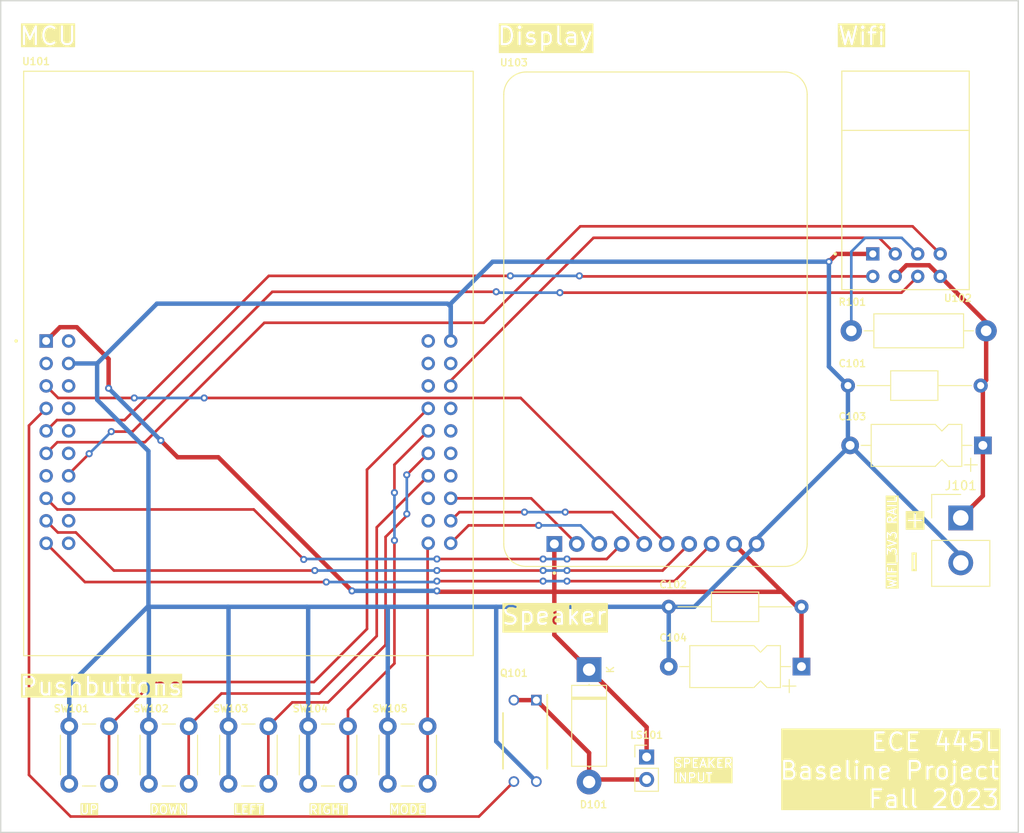
<source format=kicad_pcb>
(kicad_pcb (version 20221018) (generator pcbnew)
  (title_block (title "ECE 445L Baseline Project") (date "2023-12-11") (rev "v1.0.0") (company "The University of Texas at Austin"))
  (layers (0 "F.Cu" signal) (31 "B.Cu" signal) (34 "B.Paste" user) (35 "F.Paste" user) (36 "B.SilkS" user "B.Silkscreen") (37 "F.SilkS" user "F.Silkscreen") (38 "B.Mask" user) (39 "F.Mask" user) (44 "Edge.Cuts" user))
  (net 0 "")
  (net 1 "/WIFI_3V3")
  (net 2 "GND")
  (net 3 "+3V3")
  (net 4 "Net-(D101-A)")
  (net 5 "/SPEAKER_GATE")
  (net 6 "Net-(U102-IO0)")
  (net 7 "/SW_UP")
  (net 8 "/SW_DOWN")
  (net 9 "/SW_LEFT")
  (net 10 "/SW_RIGHT")
  (net 11 "/SW_MODE")
  (net 13 "/SDC_CS")
  (net 14 "/WIFI_TXD")
  (net 15 "/WIFI_RXD")
  (net 17 "/TFT_MOSI")
  (net 18 "/TFT_D{slash}C")
  (net 19 "/TFT_RST")
  (net 21 "/WIFI_IO2")
  (net 26 "/TFT_MISO")
  (net 27 "/TFT_CS")
  (net 28 "/TFT_SCK")
  (net 29 "+5V")
  (net 34 "/~{WIFI_RST}")
  (footprint "Capacitor_THT:CP_Axial_L10.0mm_D4.5mm_P15.00mm_Horizontal" (layer "F.Cu") (at 143 81.2575 180)
    (fp_text reference "C103" (at 14.75 3.2575) (layer "F.SilkS") (effects (font (size 0.8 0.8))))
    (fp_text value "4.7uF")
    (fp_line (start 0.63 -2.2) (end 2.13 -2.2) (stroke (width 0.12)) (layer "F.SilkS"))
    (fp_line (start 1.24 0) (end 2.38 0) (stroke (width 0.12)) (layer "F.SilkS"))
    (fp_line (start 1.38 -2.95) (end 1.38 -1.45) (stroke (width 0.12)) (layer "F.SilkS"))
    (fp_line (start 2.38 -2.37) (end 2.38 2.37) (stroke (width 0.12)) (layer "F.SilkS"))
    (fp_line (start 2.38 -2.37) (end 3.88 -2.37) (stroke (width 0.12)) (layer "F.SilkS"))
    (fp_line (start 2.38 2.37) (end 3.88 2.37) (stroke (width 0.12)) (layer "F.SilkS"))
    (fp_line (start 3.88 -2.37) (end 4.63 -1.62) (stroke (width 0.12)) (layer "F.SilkS"))
    (fp_line (start 3.88 2.37) (end 4.63 1.62) (stroke (width 0.12)) (layer "F.SilkS"))
    (fp_line (start 4.63 -1.62) (end 5.38 -2.37) (stroke (width 0.12)) (layer "F.SilkS"))
    (fp_line (start 4.63 1.62) (end 5.38 2.37) (stroke (width 0.12)) (layer "F.SilkS"))
    (fp_line (start 5.38 -2.37) (end 12.62 -2.37) (stroke (width 0.12)) (layer "F.SilkS"))
    (fp_line (start 5.38 2.37) (end 12.62 2.37) (stroke (width 0.12)) (layer "F.SilkS"))
    (fp_line (start 12.62 -2.37) (end 12.62 2.37) (stroke (width 0.12)) (layer "F.SilkS"))
    (fp_line (start 13.76 0) (end 12.62 0) (stroke (width 0.12)) (layer "F.SilkS"))
    (pad "1" thru_hole rect (at 0 0 180) (size 2 2) (drill 1) (layers "*.Cu" "*.Mask") (net 1 "/WIFI_3V3"))
    (pad "2" thru_hole oval (at 15 0 180) (size 2 2) (drill 1) (layers "*.Cu" "*.Mask") (net 2 "GND"))
  )
  (footprint "Diode_THT:D_5W_P12.70mm_Horizontal" (layer "F.Cu") (at 98.5 106.6 -90)
    (fp_text reference "D101" (at 15.25 -0.5) (layer "F.SilkS") (effects (font (size 0.8 0.8))))
    (fp_text value "1V0")
    (fp_text user "K" (at 0 -2.4 90) (layer "F.SilkS") (effects (font (size 0.8 0.8))))
    (fp_line (start 1.64 0) (end 1.78 0) (stroke (width 0.12)) (layer "F.SilkS"))
    (fp_line (start 1.78 -1.97) (end 1.78 1.97) (stroke (width 0.12)) (layer "F.SilkS"))
    (fp_line (start 1.78 1.97) (end 10.92 1.97) (stroke (width 0.12)) (layer "F.SilkS"))
    (fp_line (start 3.115 -1.97) (end 3.115 1.97) (stroke (width 0.12)) (layer "F.SilkS"))
    (fp_line (start 3.235 -1.97) (end 3.235 1.97) (stroke (width 0.12)) (layer "F.SilkS"))
    (fp_line (start 3.355 -1.97) (end 3.355 1.97) (stroke (width 0.12)) (layer "F.SilkS"))
    (fp_line (start 10.92 -1.97) (end 1.78 -1.97) (stroke (width 0.12)) (layer "F.SilkS"))
    (fp_line (start 10.92 1.97) (end 10.92 -1.97) (stroke (width 0.12)) (layer "F.SilkS"))
    (fp_line (start 11.06 0) (end 10.92 0) (stroke (width 0.12)) (layer "F.SilkS"))
    (pad "1" thru_hole rect (at 0 0 270) (size 2.8 2.8) (drill 1.4) (layers "*.Cu" "*.Mask") (net 3 "+3V3"))
    (pad "2" thru_hole oval (at 12.7 0 270) (size 2.8 2.8) (drill 1.4) (layers "*.Cu" "*.Mask") (net 4 "Net-(D101-A)"))
  )
  (footprint "Button_Switch_THT:SW_PUSH_6mm" (layer "F.Cu") (at 57.75 119.5 90)
    (fp_text reference "SW103" (at 8.5 0.25 180) (layer "F.SilkS") (effects (font (size 0.8 0.8))))
    (fp_text value "LEFT")
    (fp_line (start -0.25 1.5) (end -0.25 3) (stroke (width 0.12)) (layer "F.SilkS"))
    (fp_line (start 1 5.5) (end 5.5 5.5) (stroke (width 0.12)) (layer "F.SilkS"))
    (fp_line (start 5.5 -1) (end 1 -1) (stroke (width 0.12)) (layer "F.SilkS"))
    (fp_line (start 6.75 3) (end 6.75 1.5) (stroke (width 0.12)) (layer "F.SilkS"))
    (pad "1" thru_hole circle (at 0 0 180) (size 2 2) (drill 1.1) (layers "*.Cu" "*.Mask") (net 2 "GND"))
    (pad "1" thru_hole circle (at 6.5 0 180) (size 2 2) (drill 1.1) (layers "*.Cu" "*.Mask") (net 2 "GND"))
    (pad "2" thru_hole circle (at 0 4.5 180) (size 2 2) (drill 1.1) (layers "*.Cu" "*.Mask") (net 9 "/SW_LEFT"))
    (pad "2" thru_hole circle (at 6.5 4.5 180) (size 2 2) (drill 1.1) (layers "*.Cu" "*.Mask") (net 9 "/SW_LEFT"))
  )
  (footprint "Button_Switch_THT:SW_PUSH_6mm" (layer "F.Cu") (at 39.75 119.5 90)
    (fp_text reference "SW101" (at 8.5 0.25 180) (layer "F.SilkS") (effects (font (size 0.8 0.8))))
    (fp_text value "UP")
    (fp_line (start -0.25 1.5) (end -0.25 3) (stroke (width 0.12)) (layer "F.SilkS"))
    (fp_line (start 1 5.5) (end 5.5 5.5) (stroke (width 0.12)) (layer "F.SilkS"))
    (fp_line (start 5.5 -1) (end 1 -1) (stroke (width 0.12)) (layer "F.SilkS"))
    (fp_line (start 6.75 3) (end 6.75 1.5) (stroke (width 0.12)) (layer "F.SilkS"))
    (pad "1" thru_hole circle (at 0 0 180) (size 2 2) (drill 1.1) (layers "*.Cu" "*.Mask") (net 2 "GND"))
    (pad "1" thru_hole circle (at 6.5 0 180) (size 2 2) (drill 1.1) (layers "*.Cu" "*.Mask") (net 2 "GND"))
    (pad "2" thru_hole circle (at 0 4.5 180) (size 2 2) (drill 1.1) (layers "*.Cu" "*.Mask") (net 7 "/SW_UP"))
    (pad "2" thru_hole circle (at 6.5 4.5 180) (size 2 2) (drill 1.1) (layers "*.Cu" "*.Mask") (net 7 "/SW_UP"))
  )
  (footprint "Button_Switch_THT:SW_PUSH_6mm" (layer "F.Cu") (at 48.75 119.5 90)
    (fp_text reference "SW102" (at 8.5 0.25 180) (layer "F.SilkS") (effects (font (size 0.8 0.8))))
    (fp_text value "DOWN")
    (fp_line (start -0.25 1.5) (end -0.25 3) (stroke (width 0.12)) (layer "F.SilkS"))
    (fp_line (start 1 5.5) (end 5.5 5.5) (stroke (width 0.12)) (layer "F.SilkS"))
    (fp_line (start 5.5 -1) (end 1 -1) (stroke (width 0.12)) (layer "F.SilkS"))
    (fp_line (start 6.75 3) (end 6.75 1.5) (stroke (width 0.12)) (layer "F.SilkS"))
    (pad "1" thru_hole circle (at 0 0 180) (size 2 2) (drill 1.1) (layers "*.Cu" "*.Mask") (net 2 "GND"))
    (pad "1" thru_hole circle (at 6.5 0 180) (size 2 2) (drill 1.1) (layers "*.Cu" "*.Mask") (net 2 "GND"))
    (pad "2" thru_hole circle (at 0 4.5 180) (size 2 2) (drill 1.1) (layers "*.Cu" "*.Mask") (net 8 "/SW_DOWN"))
    (pad "2" thru_hole circle (at 6.5 4.5 180) (size 2 2) (drill 1.1) (layers "*.Cu" "*.Mask") (net 8 "/SW_DOWN"))
  )
  (footprint "footprints:vishay_IRLD024PBF" (layer "F.Cu") (at 91.27 114.648 -90)
    (fp_text reference "Q101" (at -7.648 1.27 -180) (layer "F.SilkS") (effects (font (size 0.8 0.8))))
    (fp_text value "IRLD024PBF" hide)
    (fp_line (start -5.202 -2.5) (end 3.145 -2.5) (stroke (width 0.2)) (layer "F.SilkS"))
    (fp_line (start -3.145 2.5) (end 3.145 2.5) (stroke (width 0.2)) (layer "F.SilkS"))
    (pad "1" thru_hole rect (at -4.602 -1.27 270) (size 1.2 1.2) (drill 0.8) (layers "*.Cu" "*.Mask") (net 4 "Net-(D101-A)"))
    (pad "1" thru_hole circle (at -4.602 1.27 270) (size 1.2 1.2) (drill 0.8) (layers "*.Cu" "*.Mask") (net 4 "Net-(D101-A)"))
    (pad "2" thru_hole circle (at 4.602 1.27 270) (size 1.2 1.2) (drill 0.8) (layers "*.Cu" "*.Mask") (net 5 "/SPEAKER_GATE"))
    (pad "3" thru_hole circle (at 4.602 -1.27 270) (size 1.2 1.2) (drill 0.8) (layers "*.Cu" "*.Mask") (net 2 "GND"))
  )
  (footprint "Resistor_THT:R_Axial_DIN0411_L9.9mm_D3.6mm_P15.24mm_Horizontal" (layer "F.Cu") (at 143.37 68.31 180)
    (fp_text reference "R101" (at 15.12 3.25) (layer "F.SilkS") (effects (font (size 0.8 0.8))))
    (fp_text value "10k")
    (fp_line (start 1.44 0) (end 2.55 0) (stroke (width 0.12)) (layer "F.SilkS"))
    (fp_line (start 2.55 -1.92) (end 2.55 1.92) (stroke (width 0.12)) (layer "F.SilkS"))
    (fp_line (start 2.55 1.92) (end 12.69 1.92) (stroke (width 0.12)) (layer "F.SilkS"))
    (fp_line (start 12.69 -1.92) (end 2.55 -1.92) (stroke (width 0.12)) (layer "F.SilkS"))
    (fp_line (start 12.69 1.92) (end 12.69 -1.92) (stroke (width 0.12)) (layer "F.SilkS"))
    (fp_line (start 13.8 0) (end 12.69 0) (stroke (width 0.12)) (layer "F.SilkS"))
    (pad "1" thru_hole circle (at 0 0 180) (size 2.4 2.4) (drill 1.2) (layers "*.Cu" "*.Mask") (net 1 "/WIFI_3V3"))
    (pad "2" thru_hole oval (at 15.24 0 180) (size 2.4 2.4) (drill 1.2) (layers "*.Cu" "*.Mask") (net 6 "Net-(U102-IO0)"))
  )
  (footprint "Connector_PinHeader_2.54mm:PinHeader_1x02_P2.54mm_Vertical" (layer "F.Cu") (at 105 116.475)
    (fp_text reference "LS101" (at 0 -2.475 180) (layer "F.SilkS") (effects (font (size 0.8 0.8))))
    (fp_text value "Speaker")
    (fp_line (start -1.33 -1.33) (end 0 -1.33) (stroke (width 0.12)) (layer "F.SilkS"))
    (fp_line (start -1.33 0) (end -1.33 -1.33) (stroke (width 0.12)) (layer "F.SilkS"))
    (fp_line (start -1.33 1.27) (end -1.33 3.87) (stroke (width 0.12)) (layer "F.SilkS"))
    (fp_line (start -1.33 1.27) (end 1.33 1.27) (stroke (width 0.12)) (layer "F.SilkS"))
    (fp_line (start -1.33 3.87) (end 1.33 3.87) (stroke (width 0.12)) (layer "F.SilkS"))
    (fp_line (start 1.33 1.27) (end 1.33 3.87) (stroke (width 0.12)) (layer "F.SilkS"))
    (pad "1" thru_hole rect (at 0 0) (size 1.7 1.7) (drill 1) (layers "*.Cu" "*.Mask") (net 3 "+3V3"))
    (pad "2" thru_hole oval (at 0 2.54) (size 1.7 1.7) (drill 1) (layers "*.Cu" "*.Mask") (net 4 "Net-(D101-A)"))
  )
  (footprint "Button_Switch_THT:SW_PUSH_6mm" (layer "F.Cu") (at 75.75 119.5 90)
    (fp_text reference "SW105" (at 8.5 0.25 180) (layer "F.SilkS") (effects (font (size 0.8 0.8))))
    (fp_text value "MODE")
    (fp_line (start -0.25 1.5) (end -0.25 3) (stroke (width 0.12)) (layer "F.SilkS"))
    (fp_line (start 1 5.5) (end 5.5 5.5) (stroke (width 0.12)) (layer "F.SilkS"))
    (fp_line (start 5.5 -1) (end 1 -1) (stroke (width 0.12)) (layer "F.SilkS"))
    (fp_line (start 6.75 3) (end 6.75 1.5) (stroke (width 0.12)) (layer "F.SilkS"))
    (pad "1" thru_hole circle (at 0 0 180) (size 2 2) (drill 1.1) (layers "*.Cu" "*.Mask") (net 2 "GND"))
    (pad "1" thru_hole circle (at 6.5 0 180) (size 2 2) (drill 1.1) (layers "*.Cu" "*.Mask") (net 2 "GND"))
    (pad "2" thru_hole circle (at 0 4.5 180) (size 2 2) (drill 1.1) (layers "*.Cu" "*.Mask") (net 11 "/SW_MODE"))
    (pad "2" thru_hole circle (at 6.5 4.5 180) (size 2 2) (drill 1.1) (layers "*.Cu" "*.Mask") (net 11 "/SW_MODE"))
  )
  (footprint "footprints:ai_thinker_ESP8266_01" (layer "F.Cu") (at 134.37 51.31)
    (fp_text reference "U102" (at 5.81 13.31) (layer "F.SilkS") (effects (font (size 0.8 0.8))))
    (fp_text value "ESP8266-01/ESP-01")
    (fp_line (start -7.31 -12.35) (end 7.09 -12.35) (stroke (width 0.127)) (layer "F.SilkS"))
    (fp_line (start -7.31 -5.65) (end -7.31 -12.35) (stroke (width 0.127)) (layer "F.SilkS"))
    (fp_line (start -7.31 12.35) (end -7.31 -5.65) (stroke (width 0.127)) (layer "F.SilkS"))
    (fp_line (start 7.09 -12.35) (end 7.09 -5.65) (stroke (width 0.127)) (layer "F.SilkS"))
    (fp_line (start 7.09 -5.65) (end -7.31 -5.65) (stroke (width 0.127)) (layer "F.SilkS"))
    (fp_line (start 7.09 -5.65) (end 7.09 12.35) (stroke (width 0.127)) (layer "F.SilkS"))
    (fp_line (start 7.09 12.35) (end -7.31 12.35) (stroke (width 0.127)) (layer "F.SilkS"))
    (fp_circle (center -8.06 8.31) (end -7.96 8.31) (stroke (width 0.2)) (fill none) (layer "F.SilkS"))
    (pad "1" thru_hole rect (at -3.81 8.31) (size 1.5 1.5) (drill 0.8) (layers "*.Cu" "*.Mask") (net 2 "GND"))
    (pad "2" thru_hole circle (at -1.27 8.31) (size 1.5 1.5) (drill 0.8) (layers "*.Cu" "*.Mask") (net 21 "/WIFI_IO2"))
    (pad "3" thru_hole circle (at 1.27 8.31) (size 1.5 1.5) (drill 0.8) (layers "*.Cu" "*.Mask") (net 6 "Net-(U102-IO0)"))
    (pad "4" thru_hole circle (at 3.81 8.31) (size 1.5 1.5) (drill 0.8) (layers "*.Cu" "*.Mask") (net 15 "/WIFI_RXD"))
    (pad "5" thru_hole circle (at -3.81 10.85) (size 1.5 1.5) (drill 0.8) (layers "*.Cu" "*.Mask") (net 14 "/WIFI_TXD"))
    (pad "6" thru_hole circle (at -1.27 10.85) (size 1.5 1.5) (drill 0.8) (layers "*.Cu" "*.Mask") (net 1 "/WIFI_3V3"))
    (pad "7" thru_hole circle (at 1.27 10.85) (size 1.5 1.5) (drill 0.8) (layers "*.Cu" "*.Mask") (net 34 "/~{WIFI_RST}"))
    (pad "8" thru_hole circle (at 3.81 10.85) (size 1.5 1.5) (drill 0.8) (layers "*.Cu" "*.Mask") (net 1 "/WIFI_3V3"))
  )
  (footprint "Capacitor_THT:C_Axial_L5.1mm_D3.1mm_P15.00mm_Horizontal" (layer "F.Cu") (at 122.5 99.5 180)
    (fp_text reference "C102" (at 14.5 2.5) (layer "F.SilkS") (effects (font (size 0.8 0.8))))
    (fp_text value "100nF")
    (fp_line (start 1.04 0) (end 4.83 0) (stroke (width 0.12)) (layer "F.SilkS"))
    (fp_line (start 4.83 -1.67) (end 4.83 1.67) (stroke (width 0.12)) (layer "F.SilkS"))
    (fp_line (start 4.83 1.67) (end 10.17 1.67) (stroke (width 0.12)) (layer "F.SilkS"))
    (fp_line (start 10.17 -1.67) (end 4.83 -1.67) (stroke (width 0.12)) (layer "F.SilkS"))
    (fp_line (start 10.17 1.67) (end 10.17 -1.67) (stroke (width 0.12)) (layer "F.SilkS"))
    (fp_line (start 13.96 0) (end 10.17 0) (stroke (width 0.12)) (layer "F.SilkS"))
    (pad "1" thru_hole circle (at 0 0 180) (size 1.6 1.6) (drill 0.8) (layers "*.Cu" "*.Mask") (net 3 "+3V3"))
    (pad "2" thru_hole oval (at 15 0 180) (size 1.6 1.6) (drill 0.8) (layers "*.Cu" "*.Mask") (net 2 "GND"))
  )
  (footprint "footprints:ti_EKTM4C123GXL" (layer "F.Cu") (at 60 72)
    (fp_text reference "U101" (at -24 -34.135) (layer "F.SilkS") (effects (font (size 0.8 0.8))))
    (fp_text value "EK-TM4C123GXL")
    (fp_line (start -25.4 -33.02) (end -25.4 33.02) (stroke (width 0.127)) (layer "F.SilkS"))
    (fp_line (start -25.4 33.02) (end 25.4 33.02) (stroke (width 0.127)) (layer "F.SilkS"))
    (fp_line (start 25.4 -33.02) (end -25.4 -33.02) (stroke (width 0.127)) (layer "F.SilkS"))
    (fp_line (start 25.4 33.02) (end 25.4 -33.02) (stroke (width 0.127)) (layer "F.SilkS"))
    (fp_circle (center -26.25 -2.54) (end -26.15 -2.54) (stroke (width 0.2)) (fill none) (layer "F.SilkS"))
    (pad "J1_1" thru_hole rect (at -22.86 -2.54) (size 1.52 1.52) (drill 0.89) (layers "*.Cu" "*.Mask") (net 3 "+3V3"))
    (pad "J1_2" thru_hole circle (at -22.86 0) (size 1.52 1.52) (drill 0.89) (layers "*.Cu" "*.Mask"))
    (pad "J1_3" thru_hole circle (at -22.86 2.54) (size 1.52 1.52) (drill 0.89) (layers "*.Cu" "*.Mask") (net 13 "/SDC_CS"))
    (pad "J1_4" thru_hole circle (at -22.86 5.08) (size 1.52 1.52) (drill 0.89) (layers "*.Cu" "*.Mask") (net 5 "/SPEAKER_GATE"))
    (pad "J1_5" thru_hole circle (at -22.86 7.62) (size 1.52 1.52) (drill 0.89) (layers "*.Cu" "*.Mask") (net 14 "/WIFI_TXD"))
    (pad "J1_6" thru_hole circle (at -22.86 10.16) (size 1.52 1.52) (drill 0.89) (layers "*.Cu" "*.Mask") (net 15 "/WIFI_RXD"))
    (pad "J1_7" thru_hole circle (at -22.86 12.7) (size 1.52 1.52) (drill 0.89) (layers "*.Cu" "*.Mask"))
    (pad "J1_8" thru_hole circle (at -22.86 15.24) (size 1.52 1.52) (drill 0.89) (layers "*.Cu" "*.Mask") (net 17 "/TFT_MOSI"))
    (pad "J1_9" thru_hole circle (at -22.86 17.78) (size 1.52 1.52) (drill 0.89) (layers "*.Cu" "*.Mask") (net 18 "/TFT_D{slash}C"))
    (pad "J1_10" thru_hole circle (at -22.86 20.32) (size 1.52 1.52) (drill 0.89) (layers "*.Cu" "*.Mask") (net 19 "/TFT_RST"))
    (pad "J2_1" thru_hole circle (at 22.86 -2.54) (size 1.52 1.52) (drill 0.89) (layers "*.Cu" "*.Mask") (net 2 "GND"))
    (pad "J2_2" thru_hole circle (at 22.86 0) (size 1.52 1.52) (drill 0.89) (layers "*.Cu" "*.Mask"))
    (pad "J2_3" thru_hole circle (at 22.86 2.54) (size 1.52 1.52) (drill 0.89) (layers "*.Cu" "*.Mask") (net 21 "/WIFI_IO2"))
    (pad "J2_4" thru_hole circle (at 22.86 5.08) (size 1.52 1.52) (drill 0.89) (layers "*.Cu" "*.Mask"))
    (pad "J2_5" thru_hole circle (at 22.86 7.62) (size 1.52 1.52) (drill 0.89) (layers "*.Cu" "*.Mask"))
    (pad "J2_6" thru_hole circle (at 22.86 10.16) (size 1.52 1.52) (drill 0.89) (layers "*.Cu" "*.Mask"))
    (pad "J2_7" thru_hole circle (at 22.86 12.7) (size 1.52 1.52) (drill 0.89) (layers "*.Cu" "*.Mask"))
    (pad "J2_8" thru_hole circle (at 22.86 15.24) (size 1.52 1.52) (drill 0.89) (layers "*.Cu" "*.Mask") (net 26 "/TFT_MISO"))
    (pad "J2_9" thru_hole circle (at 22.86 17.78) (size 1.52 1.52) (drill 0.89) (layers "*.Cu" "*.Mask") (net 27 "/TFT_CS"))
    (pad "J2_10" thru_hole circle (at 22.86 20.32) (size 1.52 1.52) (drill 0.89) (layers "*.Cu" "*.Mask") (net 28 "/TFT_SCK"))
    (pad "J3_1" thru_hole circle (at -20.32 -2.54) (size 1.52 1.52) (drill 0.89) (layers "*.Cu" "*.Mask") (net 29 "+5V"))
    (pad "J3_2" thru_hole circle (at -20.32 0) (size 1.52 1.52) (drill 0.89) (layers "*.Cu" "*.Mask") (net 2 "GND"))
    (pad "J3_3" thru_hole circle (at -20.32 2.54) (size 1.52 1.52) (drill 0.89) (layers "*.Cu" "*.Mask"))
    (pad "J3_4" thru_hole circle (at -20.32 5.08) (size 1.52 1.52) (drill 0.89) (layers "*.Cu" "*.Mask"))
    (pad "J3_5" thru_hole circle (at -20.32 7.62) (size 1.52 1.52) (drill 0.89) (layers "*.Cu" "*.Mask"))
    (pad "J3_6" thru_hole circle (at -20.32 10.16) (size 1.52 1.52) (drill 0.89) (layers "*.Cu" "*.Mask"))
    (pad "J3_7" thru_hole circle (at -20.32 12.7) (size 1.52 1.52) (drill 0.89) (layers "*.Cu" "*.Mask") (net 34 "/~{WIFI_RST}"))
    (pad "J3_8" thru_hole circle (at -20.32 15.24) (size 1.52 1.52) (drill 0.89) (layers "*.Cu" "*.Mask"))
    (pad "J3_9" thru_hole circle (at -20.32 17.78) (size 1.52 1.52) (drill 0.89) (layers "*.Cu" "*.Mask"))
    (pad "J3_10" thru_hole circle (at -20.32 20.32) (size 1.52 1.52) (drill 0.89) (layers "*.Cu" "*.Mask"))
    (pad "J4_1" thru_hole circle (at 20.32 -2.54) (size 1.52 1.52) (drill 0.89) (layers "*.Cu" "*.Mask"))
    (pad "J4_2" thru_hole circle (at 20.32 0) (size 1.52 1.52) (drill 0.89) (layers "*.Cu" "*.Mask"))
    (pad "J4_3" thru_hole circle (at 20.32 2.54) (size 1.52 1.52) (drill 0.89) (layers "*.Cu" "*.Mask"))
    (pad "J4_4" thru_hole circle (at 20.32 5.08) (size 1.52 1.52) (drill 0.89) (layers "*.Cu" "*.Mask") (net 7 "/SW_UP"))
    (pad "J4_5" thru_hole circle (at 20.32 7.62) (size 1.52 1.52) (drill 0.89) (layers "*.Cu" "*.Mask") (net 10 "/SW_RIGHT"))
    (pad "J4_6" thru_hole circle (at 20.32 10.16) (size 1.52 1.52) (drill 0.89) (layers "*.Cu" "*.Mask") (net 9 "/SW_LEFT"))
    (pad "J4_7" thru_hole circle (at 20.32 12.7) (size 1.52 1.52) (drill 0.89) (layers "*.Cu" "*.Mask") (net 8 "/SW_DOWN"))
    (pad "J4_8" thru_hole circle (at 20.32 15.24) (size 1.52 1.52) (drill 0.89) (layers "*.Cu" "*.Mask"))
    (pad "J4_9" thru_hole circle (at 20.32 17.78) (size 1.52 1.52) (drill 0.89) (layers "*.Cu" "*.Mask"))
    (pad "J4_10" thru_hole circle (at 20.32 20.32) (size 1.52 1.52) (drill 0.89) (layers "*.Cu" "*.Mask") (net 11 "/SW_MODE"))
  )
  (footprint "footprints:adafruit_st7735r" (layer "F.Cu") (at 106 67 90)
    (fp_text reference "U103" (at 29 -16 180) (layer "F.SilkS") (effects (font (size 0.8 0.8))))
    (fp_text value "Adafruit ST7735R")
    (fp_line (start -27.94 -14.605) (end -27.94 14.605) (stroke (width 0.127)) (layer "F.SilkS"))
    (fp_line (start -25.4 17.145) (end 25.4 17.145) (stroke (width 0.127)) (layer "F.SilkS"))
    (fp_line (start 25.4 -17.145) (end -25.4 -17.145) (stroke (width 0.127)) (layer "F.SilkS"))
    (fp_line (start 27.94 14.605) (end 27.94 -14.605) (stroke (width 0.127)) (layer "F.SilkS"))
    (fp_arc (start -27.94 -14.605) (mid -27.196051 -16.401051) (end -25.4 -17.145) (stroke (width 0.127)) (layer "F.SilkS"))
    (fp_arc (start -25.4 17.145) (mid -27.196051 16.401051) (end -27.94 14.605) (stroke (width 0.127)) (layer "F.SilkS"))
    (fp_arc (start 25.4 -17.145) (mid 27.196051 -16.401051) (end 27.94 -14.605) (stroke (width 0.127)) (layer "F.SilkS"))
    (fp_arc (start 27.94 14.605) (mid 27.196051 16.401051) (end 25.4 17.145) (stroke (width 0.127)) (layer "F.SilkS"))
    (fp_circle (center -28.69 -11.43) (end -28.59 -11.43) (stroke (width 0.2)) (fill none) (layer "F.SilkS"))
    (pad "" np_thru_hole circle (at -25.4 -14.605 90) (size 2.2 2.2) (drill 2.2) (layers "*.Cu" "*.Mask"))
    (pad "" np_thru_hole circle (at -25.4 14.605 90) (size 2.2 2.2) (drill 2.2) (layers "*.Cu" "*.Mask"))
    (pad "" np_thru_hole circle (at 25.4 -14.605 90) (size 2.2 2.2) (drill 2.2) (layers "*.Cu" "*.Mask"))
    (pad "" np_thru_hole circle (at 25.4 14.605 90) (size 2.2 2.2) (drill 2.2) (layers "*.Cu" "*.Mask"))
    (pad "1" thru_hole rect (at -25.4 -11.43 90) (size 1.778 1.778) (drill 1.016) (layers "*.Cu" "*.Mask") (net 3 "+3V3"))
    (pad "2" thru_hole circle (at -25.4 -8.89 90) (size 1.778 1.778) (drill 1.016) (layers "*.Cu" "*.Mask") (net 26 "/TFT_MISO"))
    (pad "3" thru_hole circle (at -25.4 -6.35 90) (size 1.778 1.778) (drill 1.016) (layers "*.Cu" "*.Mask") (net 28 "/TFT_SCK"))
    (pad "4" thru_hole circle (at -25.4 -3.81 90) (size 1.778 1.778) (drill 1.016) (layers "*.Cu" "*.Mask") (net 17 "/TFT_MOSI"))
    (pad "5" thru_hole circle (at -25.4 -1.27 90) (size 1.778 1.778) (drill 1.016) (layers "*.Cu" "*.Mask") (net 27 "/TFT_CS"))
    (pad "6" thru_hole circle (at -25.4 1.27 90) (size 1.778 1.778) (drill 1.016) (layers "*.Cu" "*.Mask") (net 13 "/SDC_CS"))
    (pad "7" thru_hole circle (at -25.4 3.81 90) (size 1.778 1.778) (drill 1.016) (layers "*.Cu" "*.Mask") (net 18 "/TFT_D{slash}C"))
    (pad "8" thru_hole circle (at -25.4 6.35 90) (size 1.778 1.778) (drill 1.016) (layers "*.Cu" "*.Mask") (net 19 "/TFT_RST"))
    (pad "9" thru_hole circle (at -25.4 8.89 90) (size 1.778 1.778) (drill 1.016) (layers "*.Cu" "*.Mask") (net 3 "+3V3"))
    (pad "10" thru_hole circle (at -25.4 11.43 90) (size 1.778 1.778) (drill 1.016) (layers "*.Cu" "*.Mask") (net 2 "GND"))
  )
  (footprint "Button_Switch_THT:SW_PUSH_6mm" (layer "F.Cu") (at 66.75 119.5 90)
    (fp_text reference "SW104" (at 8.5 0.25 180) (layer "F.SilkS") (effects (font (size 0.8 0.8))))
    (fp_text value "RIGHT")
    (fp_line (start -0.25 1.5) (end -0.25 3) (stroke (width 0.12)) (layer "F.SilkS"))
    (fp_line (start 1 5.5) (end 5.5 5.5) (stroke (width 0.12)) (layer "F.SilkS"))
    (fp_line (start 5.5 -1) (end 1 -1) (stroke (width 0.12)) (layer "F.SilkS"))
    (fp_line (start 6.75 3) (end 6.75 1.5) (stroke (width 0.12)) (layer "F.SilkS"))
    (pad "1" thru_hole circle (at 0 0 180) (size 2 2) (drill 1.1) (layers "*.Cu" "*.Mask") (net 2 "GND"))
    (pad "1" thru_hole circle (at 6.5 0 180) (size 2 2) (drill 1.1) (layers "*.Cu" "*.Mask") (net 2 "GND"))
    (pad "2" thru_hole circle (at 0 4.5 180) (size 2 2) (drill 1.1) (layers "*.Cu" "*.Mask") (net 10 "/SW_RIGHT"))
    (pad "2" thru_hole circle (at 6.5 4.5 180) (size 2 2) (drill 1.1) (layers "*.Cu" "*.Mask") (net 10 "/SW_RIGHT"))
  )
  (footprint "Connector_Samtec_HPM_THT:Samtec_HPM-02-01-x-S_Straight_1x02_Pitch5.08mm" (layer "F.Cu") (at 140.5 89.455)
    (fp_text reference "J101" (at 0 -3.65) (layer "F.SilkS"))
    (fp_text value "EXT_3V3")
    (fp_line (start -3.285 -2.65) (end 0 -2.65) (stroke (width 0.12)) (layer "F.SilkS"))
    (fp_line (start -3.285 0) (end -3.285 -2.65) (stroke (width 0.12)) (layer "F.SilkS"))
    (fp_line (start -3.285 2.54) (end -3.285 7.73) (stroke (width 0.12)) (layer "F.SilkS"))
    (fp_line (start -3.285 2.54) (end 3.285 2.54) (stroke (width 0.12)) (layer "F.SilkS"))
    (fp_line (start -3.285 7.73) (end 3.285 7.73) (stroke (width 0.12)) (layer "F.SilkS"))
    (fp_line (start 3.285 2.54) (end 3.285 7.73) (stroke (width 0.12)) (layer "F.SilkS"))
    (pad "1" thru_hole rect (at 0 0) (size 2.8 2.8) (drill 1.75) (layers "*.Cu" "*.Mask") (net 1 "/WIFI_3V3"))
    (pad "2" thru_hole circle (at 0 5.08) (size 2.8 2.8) (drill 1.75) (layers "*.Cu" "*.Mask") (net 2 "GND"))
  )
  (footprint "Capacitor_THT:C_Axial_L5.1mm_D3.1mm_P15.00mm_Horizontal" (layer "F.Cu") (at 142.75 74.5 180)
    (fp_text reference "C101" (at 14.5 2.5) (layer "F.SilkS") (effects (font (size 0.8 0.8))))
    (fp_text value "100nF")
    (fp_line (start 1.04 0) (end 4.83 0) (stroke (width 0.12)) (layer "F.SilkS"))
    (fp_line (start 4.83 -1.67) (end 4.83 1.67) (stroke (width 0.12)) (layer "F.SilkS"))
    (fp_line (start 4.83 1.67) (end 10.17 1.67) (stroke (width 0.12)) (layer "F.SilkS"))
    (fp_line (start 10.17 -1.67) (end 4.83 -1.67) (stroke (width 0.12)) (layer "F.SilkS"))
    (fp_line (start 10.17 1.67) (end 10.17 -1.67) (stroke (width 0.12)) (layer "F.SilkS"))
    (fp_line (start 13.96 0) (end 10.17 0) (stroke (width 0.12)) (layer "F.SilkS"))
    (pad "1" thru_hole circle (at 0 0 180) (size 1.6 1.6) (drill 0.8) (layers "*.Cu" "*.Mask") (net 1 "/WIFI_3V3"))
    (pad "2" thru_hole oval (at 15 0 180) (size 1.6 1.6) (drill 0.8) (layers "*.Cu" "*.Mask") (net 2 "GND"))
  )
  (footprint "Capacitor_THT:CP_Axial_L10.0mm_D4.5mm_P15.00mm_Horizontal" (layer "F.Cu") (at 122.5 106.2575 180)
    (fp_text reference "C104" (at 14.5 3.2575) (layer "F.SilkS") (effects (font (size 0.8 0.8))))
    (fp_text value "4.7uF")
    (fp_line (start 0.63 -2.2) (end 2.13 -2.2) (stroke (width 0.12)) (layer "F.SilkS"))
    (fp_line (start 1.24 0) (end 2.38 0) (stroke (width 0.12)) (layer "F.SilkS"))
    (fp_line (start 1.38 -2.95) (end 1.38 -1.45) (stroke (width 0.12)) (layer "F.SilkS"))
    (fp_line (start 2.38 -2.37) (end 2.38 2.37) (stroke (width 0.12)) (layer "F.SilkS"))
    (fp_line (start 2.38 -2.37) (end 3.88 -2.37) (stroke (width 0.12)) (layer "F.SilkS"))
    (fp_line (start 2.38 2.37) (end 3.88 2.37) (stroke (width 0.12)) (layer "F.SilkS"))
    (fp_line (start 3.88 -2.37) (end 4.63 -1.62) (stroke (width 0.12)) (layer "F.SilkS"))
    (fp_line (start 3.88 2.37) (end 4.63 1.62) (stroke (width 0.12)) (layer "F.SilkS"))
    (fp_line (start 4.63 -1.62) (end 5.38 -2.37) (stroke (width 0.12)) (layer "F.SilkS"))
    (fp_line (start 4.63 1.62) (end 5.38 2.37) (stroke (width 0.12)) (layer "F.SilkS"))
    (fp_line (start 5.38 -2.37) (end 12.62 -2.37) (stroke (width 0.12)) (layer "F.SilkS"))
    (fp_line (start 5.38 2.37) (end 12.62 2.37) (stroke (width 0.12)) (layer "F.SilkS"))
    (fp_line (start 12.62 -2.37) (end 12.62 2.37) (stroke (width 0.12)) (layer "F.SilkS"))
    (fp_line (start 13.76 0) (end 12.62 0) (stroke (width 0.12)) (layer "F.SilkS"))
    (pad "1" thru_hole rect (at 0 0 180) (size 2 2) (drill 1) (layers "*.Cu" "*.Mask") (net 3 "+3V3"))
    (pad "2" thru_hole oval (at 15 0 180) (size 2 2) (drill 1) (layers "*.Cu" "*.Mask") (net 2 "GND"))
  )
  (gr_rect (start 32 31) (end 147 125) (stroke (width 0.15)) (fill none) (layer "Edge.Cuts"))
  (gr_text "Display" (at 88 35) (layer "F.SilkS" knockout) (effects (font (size 2 2) (thickness 0.25)) (justify left)))
  (gr_text "Speaker" (at 88.5 100.5) (layer "F.SilkS" knockout) (effects (font (size 2 2) (thickness 0.25)) (justify left)))
  (gr_text "+" (at 134 90.75) (layer "F.SilkS" knockout) (effects (font (size 2 2)) (justify left bottom)))
  (gr_text "DOWN" (at 51 123) (layer "F.SilkS" knockout) (effects (font (size 1 1)) (justify bottom)))
  (gr_text "MCU" (at 34 35) (layer "F.SilkS" knockout) (effects (font (size 2 2) (thickness 0.25)) (justify left)))
  (gr_text "UP" (at 42 123) (layer "F.SilkS" knockout) (effects (font (size 1 1)) (justify bottom)))
  (gr_text "MODE" (at 78 123) (layer "F.SilkS" knockout) (effects (font (size 1 1)) (justify bottom)))
  (gr_text "WIFI_3V3 RAIL" (at 132.75 97.5 90) (layer "F.SilkS" knockout) (effects (font (size 1 1)) (justify left)))
  (gr_text "ECE 445L\nBaseline Project\nFall 2023" (at 145 118) (layer "F.SilkS" knockout) (effects (font (size 2 2) (thickness 0.25)) (justify right)))
  (gr_text "Wifi" (at 126.5 35) (layer "F.SilkS" knockout) (effects (font (size 2 2) (thickness 0.25)) (justify left)))
  (gr_text "SPEAKER\nINPUT" (at 108 118) (layer "F.SilkS" knockout) (effects (font (size 1 1)) (justify left)))
  (gr_text "-" (at 136.25 95.75 90) (layer "F.SilkS" knockout) (effects (font (size 2 2)) (justify left bottom)))
  (gr_text "Pushbuttons" (at 34 108.5) (layer "F.SilkS" knockout) (effects (font (size 2 2) (thickness 0.25)) (justify left)))
  (gr_text "LEFT" (at 60 123) (layer "F.SilkS" knockout) (effects (font (size 1 1)) (justify bottom)))
  (gr_text "RIGHT" (at 69 123) (layer "F.SilkS" knockout) (effects (font (size 1 1)) (justify bottom)))
  (segment (start 143 81.2575) (end 143 86.955) (width 0.5) (layer "F.Cu") (net 1))
  (segment (start 143.37 67.35) (end 143.37 68.31) (width 0.5) (layer "F.Cu") (net 1))
  (segment (start 142.75 74.5) (end 143.37 73.88) (width 0.5) (layer "F.Cu") (net 1))
  (segment (start 143 74.75) (end 142.75 74.5) (width 0.5) (layer "F.Cu") (net 1))
  (segment (start 143 86.955) (end 140.5 89.455) (width 0.5) (layer "F.Cu") (net 1))
  (segment (start 143 81.2575) (end 143 74.75) (width 0.5) (layer "F.Cu") (net 1))
  (segment (start 136.92 60.9) (end 138.18 62.16) (width 0.5) (layer "F.Cu") (net 1))
  (segment (start 138.18 62.16) (end 143.37 67.35) (width 0.5) (layer "F.Cu") (net 1))
  (segment (start 133.1 62.16) (end 134.36 60.9) (width 0.5) (layer "F.Cu") (net 1))
  (segment (start 143.37 73.88) (end 143.37 68.31) (width 0.5) (layer "F.Cu") (net 1))
  (segment (start 134.36 60.9) (end 136.92 60.9) (width 0.5) (layer "F.Cu") (net 1))
  (segment (start 130.56 59.62) (end 126.48 59.62) (width 0.5) (layer "F.Cu") (net 2))
  (segment (start 126.48 59.62) (end 125.6 60.5) (width 0.5) (layer "F.Cu") (net 2))
  (via (at 125.6 60.5) (size 0.8) (drill 0.4) (layers "F.Cu" "B.Cu") (net 2))
  (segment (start 42.9 76.1) (end 48.7 81.9) (width 0.5) (layer "B.Cu") (net 2))
  (segment (start 88 114.71) (end 88 99.5) (width 0.5) (layer "B.Cu") (net 2))
  (segment (start 92.54 119.25) (end 88 114.71) (width 0.5) (layer "B.Cu") (net 2))
  (segment (start 117.43 91.8275) (end 117.43 92.4) (width 0.5) (layer "B.Cu") (net 2))
  (segment (start 42.9 72) (end 49.66 65.24) (width 0.5) (layer "B.Cu") (net 2))
  (segment (start 66.75 113) (end 66.75 99.65) (width 0.5) (layer "B.Cu") (net 2))
  (segment (start 42.9 72) (end 42.9 76.1) (width 0.5) (layer "B.Cu") (net 2))
  (segment (start 39.75 108.35) (end 48.7 99.4) (width 0.5) (layer "B.Cu") (net 2))
  (segment (start 110.4 99.5) (end 117.43 92.47) (width 0.5) (layer "B.Cu") (net 2))
  (segment (start 75.75 99.65) (end 75.6 99.5) (width 0.5) (layer "B.Cu") (net 2))
  (segment (start 128 81.2575) (end 117.43 91.8275) (width 0.5) (layer "B.Cu") (net 2))
  (segment (start 48.75 99.45) (end 48.7 99.4) (width 0.5) (layer "B.Cu") (net 2))
  (segment (start 127.75 74.5) (end 127.75 81.0075) (width 0.5) (layer "B.Cu") (net 2))
  (segment (start 117.43 92.4) (end 117.43 92.47) (width 0.5) (layer "B.Cu") (net 2))
  (segment (start 48.7 99.4) (end 48.8 99.5) (width 0.5) (layer "B.Cu") (net 2))
  (segment (start 57.75 113) (end 57.75 99.55) (width 0.5) (layer "B.Cu") (net 2))
  (segment (start 82.86 65.6) (end 82.86 69.46) (width 0.5) (layer "B.Cu") (net 2))
  (segment (start 48.75 119.5) (end 48.75 113) (width 0.5) (layer "B.Cu") (net 2))
  (segment (start 110.4 99.5) (end 107.5 99.5) (width 0.5) (layer "B.Cu") (net 2))
  (segment (start 49.66 65.24) (end 82.5 65.24) (width 0.5) (layer "B.Cu") (net 2))
  (segment (start 75.75 113) (end 75.75 99.65) (width 0.5) (layer "B.Cu") (net 2))
  (segment (start 82.5 65.24) (end 82.86 65.6) (width 0.5) (layer "B.Cu") (net 2))
  (segment (start 66.75 99.65) (end 66.6 99.5) (width 0.5) (layer "B.Cu") (net 2))
  (segment (start 66.75 119.5) (end 66.75 113) (width 0.5) (layer "B.Cu") (net 2))
  (segment (start 82.86 65.24) (end 82.86 69.46) (width 0.5) (layer "B.Cu") (net 2))
  (segment (start 125.6 72.35) (end 127.75 74.5) (width 0.5) (layer "B.Cu") (net 2))
  (segment (start 66.6 99.5) (end 75.6 99.5) (width 0.5) (layer "B.Cu") (net 2))
  (segment (start 48.75 113) (end 48.75 99.45) (width 0.5) (layer "B.Cu") (net 2))
  (segment (start 57.75 99.55) (end 57.7 99.5) (width 0.5) (layer "B.Cu") (net 2))
  (segment (start 107.5 99.5) (end 107.5 106.2575) (width 0.5) (layer "B.Cu") (net 2))
  (segment (start 125.6 60.5) (end 125.6 72.35) (width 0.5) (layer "B.Cu") (net 2))
  (segment (start 75.75 119.5) (end 75.75 113) (width 0.5) (layer "B.Cu") (net 2))
  (segment (start 75.6 99.5) (end 88 99.5) (width 0.5) (layer "B.Cu") (net 2))
  (segment (start 57.75 119.5) (end 57.75 113) (width 0.5) (layer "B.Cu") (net 2))
  (segment (start 87.6 60.5) (end 82.86 65.24) (width 0.5) (layer "B.Cu") (net 2))
  (segment (start 39.75 119.5) (end 39.75 113) (width 0.5) (layer "B.Cu") (net 2))
  (segment (start 125.6 60.5) (end 87.6 60.5) (width 0.5) (layer "B.Cu") (net 2))
  (segment (start 48.7 81.9) (end 48.7 99.4) (width 0.5) (layer "B.Cu") (net 2))
  (segment (start 39.75 113) (end 39.75 108.35) (width 0.5) (layer "B.Cu") (net 2))
  (segment (start 48.8 99.5) (end 57.7 99.5) (width 0.5) (layer "B.Cu") (net 2))
  (segment (start 39.68 72) (end 42.9 72) (width 0.5) (layer "B.Cu") (net 2))
  (segment (start 88 99.5) (end 107.5 99.5) (width 0.5) (layer "B.Cu") (net 2))
  (segment (start 57.7 99.5) (end 66.6 99.5) (width 0.5) (layer "B.Cu") (net 2))
  (segment (start 128 81.2575) (end 140.5 93.7575) (width 0.5) (layer "B.Cu") (net 2))
  (segment (start 94.57 92.4) (end 94.57 97.8) (width 0.5) (layer "F.Cu") (net 3))
  (segment (start 56.6 82.6) (end 71.7 97.7) (width 0.5) (layer "F.Cu") (net 3))
  (segment (start 94.575 97.805) (end 94.57 97.8) (width 0.5) (layer "F.Cu") (net 3))
  (segment (start 38.7 67.9) (end 37.14 69.46) (width 0.5) (layer "F.Cu") (net 3))
  (segment (start 114.89 92.4) (end 120.295 97.805) (width 0.5) (layer "F.Cu") (net 3))
  (segment (start 105 113.1) (end 98.5 106.6) (width 0.5) (layer "F.Cu") (net 3))
  (segment (start 40.6 67.9) (end 38.7 67.9) (width 0.5) (layer "F.Cu") (net 3))
  (segment (start 105 116.475) (end 105 113.1) (width 0.5) (layer "F.Cu") (net 3))
  (segment (start 122.5 106.2575) (end 122.5 99.5) (width 0.5) (layer "F.Cu") (net 3))
  (segment (start 94.57 97.8) (end 94.57 102.67) (width 0.5) (layer "F.Cu") (net 3))
  (segment (start 44.2 74.8) (end 44.2 71.5) (width 0.5) (layer "F.Cu") (net 3))
  (segment (start 120.295 97.805) (end 94.575 97.805) (width 0.5) (layer "F.Cu") (net 3))
  (segment (start 52 82.6) (end 56.6 82.6) (width 0.5) (layer "F.Cu") (net 3))
  (segment (start 81.4 97.8) (end 81.3 97.7) (width 0.5) (layer "F.Cu") (net 3))
  (segment (start 120.295 97.805) (end 121.99 99.5) (width 0.5) (layer "F.Cu") (net 3))
  (segment (start 94.57 97.8) (end 81.4 97.8) (width 0.5) (layer "F.Cu") (net 3))
  (segment (start 50.1 80.7) (end 52 82.6) (width 0.5) (layer "F.Cu") (net 3))
  (segment (start 121.99 99.5) (end 122.5 99.5) (width 0.5) (layer "F.Cu") (net 3))
  (segment (start 94.57 102.67) (end 98.5 106.6) (width 0.5) (layer "F.Cu") (net 3))
  (segment (start 44.2 71.5) (end 40.6 67.9) (width 0.5) (layer "F.Cu") (net 3))
  (via (at 81.3 97.7) (size 0.8) (drill 0.4) (layers "F.Cu" "B.Cu") (net 3))
  (via (at 50.1 80.7) (size 0.8) (drill 0.4) (layers "F.Cu" "B.Cu") (net 3))
  (via (at 44.2 74.8) (size 0.8) (drill 0.4) (layers "F.Cu" "B.Cu") (net 3))
  (via (at 71.7 97.7) (size 0.8) (drill 0.4) (layers "F.Cu" "B.Cu") (net 3))
  (segment (start 81.3 97.7) (end 71.7 97.7) (width 0.5) (layer "B.Cu") (net 3))
  (segment (start 44.2 74.8) (end 50.1 80.7) (width 0.5) (layer "B.Cu") (net 3))
  (segment (start 98.5 116.006) (end 92.54 110.046) (width 0.5) (layer "F.Cu") (net 4))
  (segment (start 92.54 110.046) (end 90 110.046) (width 0.5) (layer "F.Cu") (net 4))
  (segment (start 98.5 119.3) (end 98.5 116.006) (width 0.5) (layer "F.Cu") (net 4))
  (segment (start 105 119.015) (end 98.785 119.015) (width 0.5) (layer "F.Cu") (net 4))
  (segment (start 98.785 119.015) (end 98.5 119.3) (width 0.5) (layer "F.Cu") (net 4))
  (segment (start 35.2 118.5) (end 35.2 79.02) (width 0.3) (layer "F.Cu") (net 5))
  (segment (start 35.2 79.02) (end 37.14 77.08) (width 0.3) (layer "F.Cu") (net 5))
  (segment (start 39.9 123.2) (end 35.2 118.5) (width 0.3) (layer "F.Cu") (net 5))
  (segment (start 86.05 123.2) (end 39.9 123.2) (width 0.3) (layer "F.Cu") (net 5))
  (segment (start 90 119.25) (end 86.05 123.2) (width 0.3) (layer "F.Cu") (net 5))
  (segment (start 128.13 59.37) (end 128.13 68.31) (width 0.3) (layer "B.Cu") (net 6))
  (segment (start 133.82 57.8) (end 129.7 57.8) (width 0.3) (layer "B.Cu") (net 6))
  (segment (start 135.64 59.62) (end 133.82 57.8) (width 0.3) (layer "B.Cu") (net 6))
  (segment (start 129.7 57.8) (end 128.13 59.37) (width 0.3) (layer "B.Cu") (net 6))
  (segment (start 67.4 108) (end 73.4 102) (width 0.3) (layer "F.Cu") (net 7))
  (segment (start 49.25 108) (end 67.4 108) (width 0.3) (layer "F.Cu") (net 7))
  (segment (start 73.4 84) (end 80.32 77.08) (width 0.3) (layer "F.Cu") (net 7))
  (segment (start 73.4 102) (end 73.4 84) (width 0.3) (layer "F.Cu") (net 7))
  (segment (start 44.25 119.5) (end 44.25 113) (width 0.3) (layer "F.Cu") (net 7))
  (segment (start 44.25 113) (end 49.25 108) (width 0.3) (layer "F.Cu") (net 7))
  (segment (start 53.25 119.5) (end 53.25 113) (width 0.3) (layer "F.Cu") (net 8))
  (segment (start 68 109.3) (end 74.5 102.8) (width 0.3) (layer "F.Cu") (net 8))
  (segment (start 53.25 113) (end 56.95 109.3) (width 0.3) (layer "F.Cu") (net 8))
  (segment (start 74.5 102.8) (end 74.5 90.52) (width 0.3) (layer "F.Cu") (net 8))
  (segment (start 74.5 90.52) (end 80.32 84.7) (width 0.3) (layer "F.Cu") (net 8))
  (segment (start 56.95 109.3) (end 68 109.3) (width 0.3) (layer "F.Cu") (net 8))
  (segment (start 75.5 103.8) (end 69 110.3) (width 0.3) (layer "F.Cu") (net 9))
  (segment (start 75.5 91.6) (end 75.5 103.8) (width 0.3) (layer "F.Cu") (net 9))
  (segment (start 77.9 89) (end 77.9 89.2) (width 0.3) (layer "F.Cu") (net 9))
  (segment (start 69 110.3) (end 64.95 110.3) (width 0.3) (layer "F.Cu") (net 9))
  (segment (start 64.95 110.3) (end 62.25 113) (width 0.3) (layer "F.Cu") (net 9))
  (segment (start 77.9 89.2) (end 75.5 91.6) (width 0.3) (layer "F.Cu") (net 9))
  (segment (start 77.89 84.59) (end 80.32 82.16) (width 0.3) (layer "F.Cu") (net 9))
  (segment (start 62.25 113) (end 62.25 119.5) (width 0.3) (layer "F.Cu") (net 9))
  (via (at 77.9 89) (size 0.8) (drill 0.4) (layers "F.Cu" "B.Cu") (net 9))
  (via (at 77.89 84.59) (size 0.8) (drill 0.4) (layers "F.Cu" "B.Cu") (net 9))
  (segment (start 77.9 84.6) (end 77.9 89) (width 0.3) (layer "B.Cu") (net 9))
  (segment (start 77.89 84.59) (end 77.9 84.6) (width 0.3) (layer "B.Cu") (net 9))
  (segment (start 76.5 83.44) (end 80.32 79.62) (width 0.3) (layer "F.Cu") (net 10))
  (segment (start 71.25 111.15) (end 71.25 119.5) (width 0.3) (layer "F.Cu") (net 10))
  (segment (start 76.5 86.6) (end 76.5 83.44) (width 0.3) (layer "F.Cu") (net 10))
  (segment (start 76.5 92) (end 76.5 105.9) (width 0.3) (layer "F.Cu") (net 10))
  (segment (start 76.5 105.9) (end 71.25 111.15) (width 0.3) (layer "F.Cu") (net 10))
  (via (at 76.5 92) (size 0.8) (drill 0.4) (layers "F.Cu" "B.Cu") (net 10))
  (via (at 76.5 86.6) (size 0.8) (drill 0.4) (layers "F.Cu" "B.Cu") (net 10))
  (segment (start 76.5 92) (end 76.5 86.6) (width 0.3) (layer "B.Cu") (net 10))
  (segment (start 80.25 119.5) (end 80.25 92.39) (width 0.3) (layer "F.Cu") (net 11))
  (segment (start 80.25 92.39) (end 80.32 92.32) (width 0.3) (layer "F.Cu") (net 11))
  (segment (start 55 75.9) (end 90.77 75.9) (width 0.3) (layer "F.Cu") (net 13))
  (segment (start 38.5 75.9) (end 47.1 75.9) (width 0.3) (layer "F.Cu") (net 13))
  (segment (start 90.77 75.9) (end 107.27 92.4) (width 0.3) (layer "F.Cu") (net 13))
  (segment (start 38.5 75.9) (end 37.14 74.54) (width 0.3) (layer "F.Cu") (net 13))
  (via (at 55 75.9) (size 0.8) (drill 0.4) (layers "F.Cu" "B.Cu") (net 13))
  (via (at 47.1 75.9) (size 0.8) (drill 0.4) (layers "F.Cu" "B.Cu") (net 13))
  (segment (start 47.1 75.9) (end 55 75.9) (width 0.3) (layer "B.Cu") (net 13))
  (segment (start 46 78.4) (end 38.36 78.4) (width 0.3) (layer "F.Cu") (net 14))
  (segment (start 62.3 62.1) (end 46 78.4) (width 0.3) (layer "F.Cu") (net 14))
  (segment (start 89.6 62.1) (end 62.3 62.1) (width 0.3) (layer "F.Cu") (net 14))
  (segment (start 38.36 78.4) (end 37.14 79.62) (width 0.3) (layer "F.Cu") (net 14))
  (segment (start 130.56 62.16) (end 97.46 62.16) (width 0.3) (layer "F.Cu") (net 14))
  (segment (start 97.46 62.16) (end 97.4 62.1) (width 0.3) (layer "F.Cu") (net 14))
  (via (at 89.6 62.1) (size 0.8) (drill 0.4) (layers "F.Cu" "B.Cu") (net 14))
  (via (at 97.4 62.1) (size 0.8) (drill 0.4) (layers "F.Cu" "B.Cu") (net 14))
  (segment (start 89.6 62.1) (end 97.4 62.1) (width 0.3) (layer "B.Cu") (net 14))
  (segment (start 38.4 80.9) (end 37.14 82.16) (width 0.3) (layer "F.Cu") (net 15))
  (segment (start 48.3 80.9) (end 38.4 80.9) (width 0.3) (layer "F.Cu") (net 15))
  (segment (start 138.18 59.62) (end 135.06 56.5) (width 0.3) (layer "F.Cu") (net 15))
  (segment (start 61.8 67.4) (end 48.3 80.9) (width 0.3) (layer "F.Cu") (net 15))
  (segment (start 86.6 67.4) (end 61.8 67.4) (width 0.3) (layer "F.Cu") (net 15))
  (segment (start 135.06 56.5) (end 97.5 56.5) (width 0.3) (layer "F.Cu") (net 15))
  (segment (start 97.5 56.5) (end 86.6 67.4) (width 0.3) (layer "F.Cu") (net 15))
  (segment (start 38.4 88.5) (end 37.14 87.24) (width 0.3) (layer "F.Cu") (net 17))
  (segment (start 100.49 94.1) (end 96 94.1) (width 0.3) (layer "F.Cu") (net 17))
  (segment (start 102.19 92.4) (end 100.49 94.1) (width 0.3) (layer "F.Cu") (net 17))
  (segment (start 66.25 94.15) (end 60.6 88.5) (width 0.3) (layer "F.Cu") (net 17))
  (segment (start 60.6 88.5) (end 38.4 88.5) (width 0.3) (layer "F.Cu") (net 17))
  (segment (start 93.3 94.1) (end 81.3 94.1) (width 0.3) (layer "F.Cu") (net 17))
  (via (at 66.25 94.15) (size 0.8) (drill 0.4) (layers "F.Cu" "B.Cu") (net 17))
  (via (at 93.3 94.1) (size 0.8) (drill 0.4) (layers "F.Cu" "B.Cu") (net 17))
  (via (at 96 94.1) (size 0.8) (drill 0.4) (layers "F.Cu" "B.Cu") (net 17))
  (via (at 81.3 94.1) (size 0.8) (drill 0.4) (layers "F.Cu" "B.Cu") (net 17))
  (segment (start 66.3 94.1) (end 81.3 94.1) (width 0.3) (layer "B.Cu") (net 17))
  (segment (start 96 94.1) (end 93.3 94.1) (width 0.3) (layer "B.Cu") (net 17))
  (segment (start 66.25 94.15) (end 66.3 94.1) (width 0.3) (layer "B.Cu") (net 17))
  (segment (start 37.14 89.78) (end 38.46 91.1) (width 0.3) (layer "F.Cu") (net 18))
  (segment (start 81.3 95.4) (end 93.3 95.4) (width 0.3) (layer "F.Cu") (net 18))
  (segment (start 38.46 91.1) (end 40.5 91.1) (width 0.3) (layer "F.Cu") (net 18))
  (segment (start 96 95.4) (end 106.81 95.4) (width 0.3) (layer "F.Cu") (net 18))
  (segment (start 40.5 91.1) (end 44.8 95.4) (width 0.3) (layer "F.Cu") (net 18))
  (segment (start 106.81 95.4) (end 109.81 92.4) (width 0.3) (layer "F.Cu") (net 18))
  (segment (start 44.8 95.4) (end 67.5 95.4) (width 0.3) (layer "F.Cu") (net 18))
  (via (at 81.3 95.4) (size 0.8) (drill 0.4) (layers "F.Cu" "B.Cu") (net 18))
  (via (at 96 95.4) (size 0.8) (drill 0.4) (layers "F.Cu" "B.Cu") (net 18))
  (via (at 67.5 95.4) (size 0.8) (drill 0.4) (layers "F.Cu" "B.Cu") (net 18))
  (via (at 93.3 95.4) (size 0.8) (drill 0.4) (layers "F.Cu" "B.Cu") (net 18))
  (segment (start 93.3 95.4) (end 96 95.4) (width 0.3) (layer "B.Cu") (net 18))
  (segment (start 67.5 95.4) (end 81.3 95.4) (width 0.3) (layer "B.Cu") (net 18))
  (segment (start 37.14 92.32) (end 41.52 96.7) (width 0.3) (layer "F.Cu") (net 19))
  (segment (start 108.15 96.6) (end 112.35 92.4) (width 0.3) (layer "F.Cu") (net 19))
  (segment (start 81.3 96.6) (end 93.3 96.6) (width 0.3) (layer "F.Cu") (net 19))
  (segment (start 41.52 96.7) (end 68.8 96.7) (width 0.3) (layer "F.Cu") (net 19))
  (segment (start 96 96.6) (end 108.15 96.6) (width 0.3) (layer "F.Cu") (net 19))
  (via (at 93.3 96.6) (size 0.8) (drill 0.4) (layers "F.Cu" "B.Cu") (net 19))
  (via (at 68.8 96.7) (size 0.8) (drill 0.4) (layers "F.Cu" "B.Cu") (net 19))
  (via (at 96 96.6) (size 0.8) (drill 0.4) (layers "F.Cu" "B.Cu") (net 19))
  (via (at 81.3 96.6) (size 0.8) (drill 0.4) (layers "F.Cu" "B.Cu") (net 19))
  (segment (start 93.3 96.6) (end 96 96.6) (width 0.3) (layer "B.Cu") (net 19))
  (segment (start 81.2 96.7) (end 81.3 96.6) (width 0.3) (layer "B.Cu") (net 19))
  (segment (start 68.8 96.7) (end 81.2 96.7) (width 0.3) (layer "B.Cu") (net 19))
  (segment (start 133.1 59.62) (end 131.28 57.8) (width 0.3) (layer "F.Cu") (net 21))
  (segment (start 99 57.8) (end 82.86 73.94) (width 0.3) (layer "F.Cu") (net 21))
  (segment (start 82.86 73.94) (end 82.86 74.54) (width 0.3) (layer "F.Cu") (net 21))
  (segment (start 131.28 57.8) (end 99 57.8) (width 0.3) (layer "F.Cu") (net 21))
  (segment (start 97.11 92.4) (end 91.95 87.24) (width 0.3) (layer "F.Cu") (net 26))
  (segment (start 91.95 87.24) (end 82.86 87.24) (width 0.3) (layer "F.Cu") (net 26))
  (segment (start 83.84 88.8) (end 82.86 89.78) (width 0.3) (layer "F.Cu") (net 27))
  (segment (start 95.8 88.8) (end 101.13 88.8) (width 0.3) (layer "F.Cu") (net 27))
  (segment (start 101.13 88.8) (end 104.73 92.4) (width 0.3) (layer "F.Cu") (net 27))
  (segment (start 91.2 88.8) (end 83.84 88.8) (width 0.3) (layer "F.Cu") (net 27))
  (via (at 91.2 88.8) (size 0.8) (drill 0.4) (layers "F.Cu" "B.Cu") (net 27))
  (via (at 95.8 88.8) (size 0.8) (drill 0.4) (layers "F.Cu" "B.Cu") (net 27))
  (segment (start 95.8 88.8) (end 91.2 88.8) (width 0.3) (layer "B.Cu") (net 27))
  (segment (start 92.8 90.3) (end 84.88 90.3) (width 0.3) (layer "F.Cu") (net 28))
  (segment (start 84.88 90.3) (end 82.86 92.32) (width 0.3) (layer "F.Cu") (net 28))
  (via (at 92.8 90.3) (size 0.8) (drill 0.4) (layers "F.Cu" "B.Cu") (net 28))
  (segment (start 97.55 90.3) (end 99.65 92.4) (width 0.3) (layer "B.Cu") (net 28))
  (segment (start 92.8 90.3) (end 97.55 90.3) (width 0.3) (layer "B.Cu") (net 28))
  (segment (start 39.68 84.52) (end 39.68 84.7) (width 0.3) (layer "F.Cu") (net 34))
  (segment (start 135.64 62.16) (end 133.8 64) (width 0.3) (layer "F.Cu") (net 34))
  (segment (start 62.7 63.9) (end 88 63.9) (width 0.3) (layer "F.Cu") (net 34))
  (segment (start 46.9 79.7) (end 62.7 63.9) (width 0.3) (layer "F.Cu") (net 34))
  (segment (start 44.5 79.7) (end 46.9 79.7) (width 0.3) (layer "F.Cu") (net 34))
  (segment (start 42 82.2) (end 39.68 84.52) (width 0.3) (layer "F.Cu") (net 34))
  (segment (start 133.8 64) (end 95.2 64) (width 0.3) (layer "F.Cu") (net 34))
  (via (at 95.2 64) (size 0.8) (drill 0.4) (layers "F.Cu" "B.Cu") (net 34))
  (via (at 42 82.2) (size 0.8) (drill 0.4) (layers "F.Cu" "B.Cu") (net 34))
  (via (at 88 63.9) (size 0.8) (drill 0.4) (layers "F.Cu" "B.Cu") (net 34))
  (via (at 44.5 79.7) (size 0.8) (drill 0.4) (layers "F.Cu" "B.Cu") (net 34))
  (segment (start 95.2 64) (end 88.1 64) (width 0.3) (layer "B.Cu") (net 34))
  (segment (start 88.1 64) (end 88 63.9) (width 0.3) (layer "B.Cu") (net 34))
  (segment (start 44.5 79.7) (end 42 82.2) (width 0.3) (layer "B.Cu") (net 34))
)
</source>
